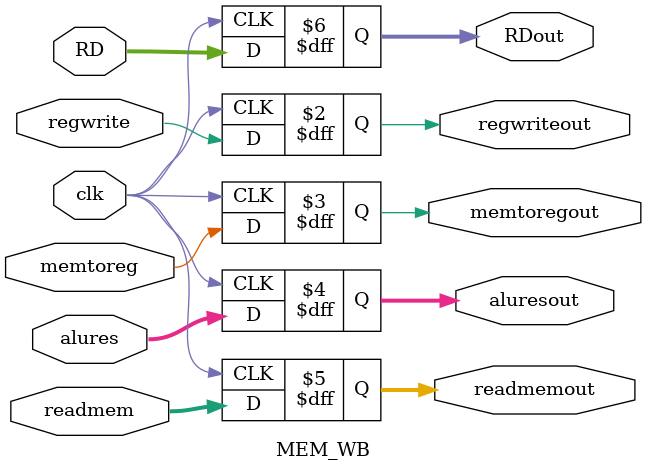
<source format=v>
`timescale 1ns / 1ps


module MEM_WB( 
input clk,

input regwrite, memtoreg, 

input [63:0]alures, 

input [63:0]readmem, 

input [4:0]RD, 

output reg regwriteout, memtoregout, 

output reg [63:0]aluresout, 

output reg[63:0]readmemout, 

output reg[4:0]RDout 

); 
always @(negedge clk)
begin
    regwriteout = regwrite; 

    memtoregout = memtoreg; 

    aluresout = alures; 

    readmemout = readmem; 

    RDout = RD; 
end

endmodule

</source>
